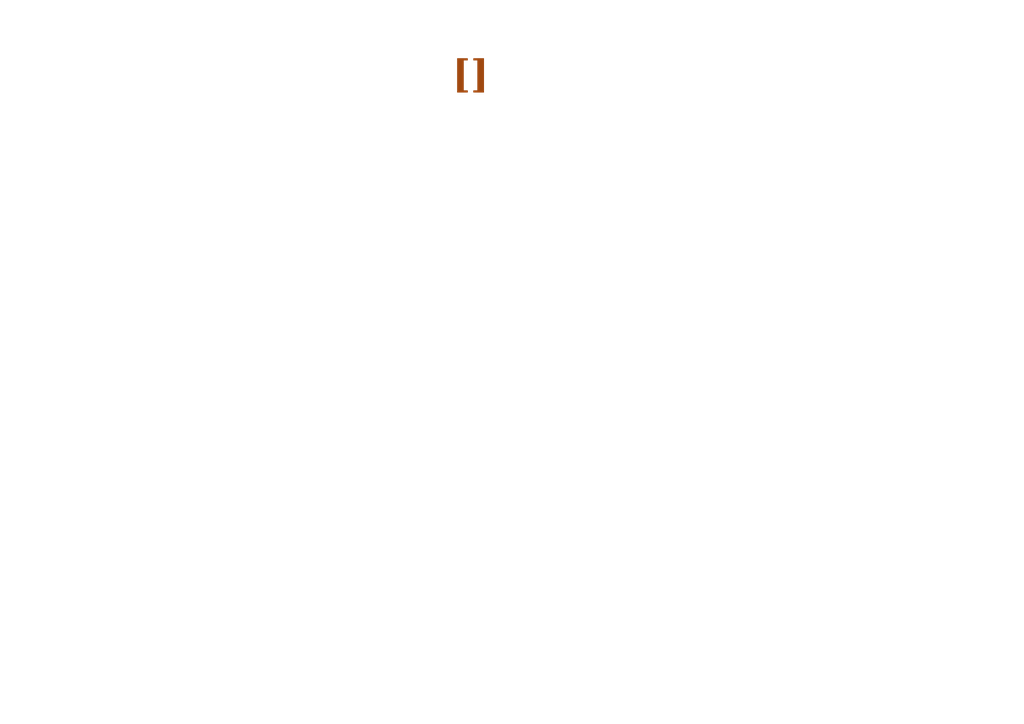
<source format=kicad_sch>
(kicad_sch
	(version 20231120)
	(generator "eeschema")
	(generator_version "8.0")
	(uuid "b678be35-210c-4e4d-a511-fb451429c780")
	(paper "A4")
	(title_block
		(title "Cell_Sentinel")
		(date "2024-11-05")
		(rev "1.0.0")
	)
	(lib_symbols)
	(text "[${#}] ${SHEETNAME}"
		(exclude_from_sim no)
		(at 138.43 24.384 0)
		(effects
			(font
				(face "Times New Roman")
				(size 8 8)
				(thickness 1.6)
				(bold yes)
				(color 159 72 15 1)
			)
		)
		(uuid "a8833a98-a903-4d01-8d12-d30db8caf3a6")
	)
)

</source>
